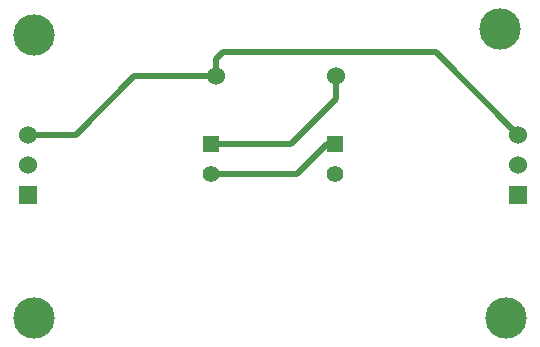
<source format=gtl>
%FSLAX34Y34*%
G04 Gerber Fmt 3.4, Leading zero omitted, Abs format*
G04 (created by PCBNEW (2014-02-26 BZR 4721)-product) date Monday, 09 February 2015 12:03:13*
%MOIN*%
G01*
G70*
G90*
G04 APERTURE LIST*
%ADD10C,0.005906*%
%ADD11R,0.055000X0.055000*%
%ADD12C,0.055000*%
%ADD13R,0.060000X0.060000*%
%ADD14C,0.060000*%
%ADD15C,0.137795*%
%ADD16C,0.019685*%
G04 APERTURE END LIST*
G54D10*
G54D11*
X60236Y-45562D03*
G54D12*
X60236Y-46562D03*
G54D11*
X64370Y-45562D03*
G54D12*
X64370Y-46562D03*
G54D13*
X54133Y-47259D03*
G54D14*
X54133Y-46259D03*
X54133Y-45259D03*
G54D13*
X70472Y-47259D03*
G54D14*
X70472Y-46259D03*
X70472Y-45259D03*
X64401Y-43307D03*
X60401Y-43307D03*
G54D15*
X69866Y-41728D03*
X54314Y-41925D03*
X54314Y-51374D03*
X70062Y-51374D03*
G54D16*
X64401Y-43307D02*
X64401Y-44062D01*
X62901Y-45562D02*
X60236Y-45562D01*
X64401Y-44062D02*
X62901Y-45562D01*
X60236Y-46562D02*
X63082Y-46562D01*
X64082Y-45562D02*
X64370Y-45562D01*
X63082Y-46562D02*
X64082Y-45562D01*
X60401Y-43307D02*
X60401Y-42748D01*
X67732Y-42519D02*
X70472Y-45259D01*
X60629Y-42519D02*
X67732Y-42519D01*
X60401Y-42748D02*
X60629Y-42519D01*
X54133Y-45259D02*
X55724Y-45259D01*
X57677Y-43307D02*
X60401Y-43307D01*
X55724Y-45259D02*
X57677Y-43307D01*
M02*

</source>
